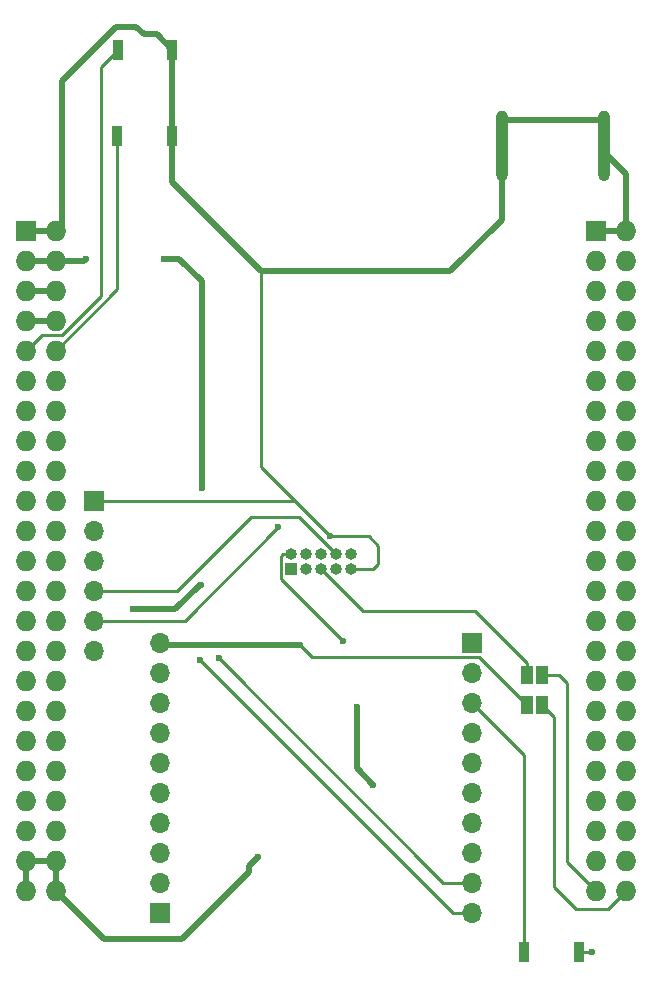
<source format=gbr>
%TF.GenerationSoftware,KiCad,Pcbnew,(5.1.7-0-10_14)*%
%TF.CreationDate,2020-11-18T23:57:46+08:00*%
%TF.ProjectId,bbb_zs3l,6262625f-7a73-4336-9c2e-6b696361645f,rev?*%
%TF.SameCoordinates,Original*%
%TF.FileFunction,Copper,L1,Top*%
%TF.FilePolarity,Positive*%
%FSLAX46Y46*%
G04 Gerber Fmt 4.6, Leading zero omitted, Abs format (unit mm)*
G04 Created by KiCad (PCBNEW (5.1.7-0-10_14)) date 2020-11-18 23:57:46*
%MOMM*%
%LPD*%
G01*
G04 APERTURE LIST*
%TA.AperFunction,SMDPad,CuDef*%
%ADD10R,0.899998X1.699997*%
%TD*%
%TA.AperFunction,ComponentPad*%
%ADD11O,1.000000X2.100000*%
%TD*%
%TA.AperFunction,ComponentPad*%
%ADD12O,1.000000X1.600000*%
%TD*%
%TA.AperFunction,ComponentPad*%
%ADD13O,1.700000X1.700000*%
%TD*%
%TA.AperFunction,ComponentPad*%
%ADD14R,1.700000X1.700000*%
%TD*%
%TA.AperFunction,ComponentPad*%
%ADD15R,1.727200X1.727200*%
%TD*%
%TA.AperFunction,ComponentPad*%
%ADD16O,1.727200X1.727200*%
%TD*%
%TA.AperFunction,SMDPad,CuDef*%
%ADD17R,1.000000X1.500000*%
%TD*%
%TA.AperFunction,ComponentPad*%
%ADD18O,1.000000X1.000000*%
%TD*%
%TA.AperFunction,ComponentPad*%
%ADD19R,1.000000X1.000000*%
%TD*%
%TA.AperFunction,ViaPad*%
%ADD20C,0.600000*%
%TD*%
%TA.AperFunction,Conductor*%
%ADD21C,0.508000*%
%TD*%
%TA.AperFunction,Conductor*%
%ADD22C,0.250000*%
%TD*%
%TA.AperFunction,Conductor*%
%ADD23C,0.254000*%
%TD*%
%TA.AperFunction,Conductor*%
%ADD24C,1.016000*%
%TD*%
G04 APERTURE END LIST*
D10*
%TO.P,SW3,1*%
%TO.N,LCD_DATA2*%
X163200070Y-123392400D03*
%TO.P,SW3,2*%
%TO.N,GND*%
X158600130Y-123392400D03*
%TD*%
%TO.P,SW2,1*%
%TO.N,SYS_RESETN*%
X124120130Y-54372400D03*
%TO.P,SW2,2*%
%TO.N,GND*%
X128720070Y-54372400D03*
%TD*%
%TO.P,SW1,1*%
%TO.N,PWR_BUT*%
X124170130Y-47052400D03*
%TO.P,SW1,2*%
%TO.N,GND*%
X128770070Y-47052400D03*
%TD*%
D11*
%TO.P,J3,S1*%
%TO.N,GND*%
X165330100Y-57162400D03*
X156690100Y-57162400D03*
D12*
X156690100Y-52982400D03*
X165330100Y-52982400D03*
%TD*%
D13*
%TO.P,J1,6*%
%TO.N,Net-(J1-Pad6)*%
X122137100Y-97942400D03*
%TO.P,J1,5*%
%TO.N,UART0_TX*%
X122137100Y-95402400D03*
%TO.P,J1,4*%
%TO.N,UART0_RX*%
X122137100Y-92862400D03*
%TO.P,J1,3*%
%TO.N,Net-(J1-Pad3)*%
X122137100Y-90322400D03*
%TO.P,J1,2*%
%TO.N,Net-(J1-Pad2)*%
X122137100Y-87782400D03*
D14*
%TO.P,J1,1*%
%TO.N,GND*%
X122137100Y-85242400D03*
%TD*%
D15*
%TO.P,P8,1*%
%TO.N,GND*%
X164630100Y-62382400D03*
D16*
%TO.P,P8,2*%
X167170100Y-62382400D03*
%TO.P,P8,3*%
%TO.N,MMC1_DAT6*%
X164630100Y-64922400D03*
%TO.P,P8,4*%
%TO.N,MMC1_DAT7*%
X167170100Y-64922400D03*
%TO.P,P8,5*%
%TO.N,MMC1_DAT2*%
X164630100Y-67462400D03*
%TO.P,P8,6*%
%TO.N,MMC1_DAT3*%
X167170100Y-67462400D03*
%TO.P,P8,7*%
%TO.N,GPIO_66*%
X164630100Y-70002400D03*
%TO.P,P8,8*%
%TO.N,GPIO_67*%
X167170100Y-70002400D03*
%TO.P,P8,9*%
%TO.N,GPIO_69*%
X164630100Y-72542400D03*
%TO.P,P8,10*%
%TO.N,GPIO_68*%
X167170100Y-72542400D03*
%TO.P,P8,11*%
%TO.N,GPIO_45*%
X164630100Y-75082400D03*
%TO.P,P8,12*%
%TO.N,GPIO_44*%
X167170100Y-75082400D03*
%TO.P,P8,13*%
%TO.N,EHRPWM2B*%
X164630100Y-77622400D03*
%TO.P,P8,14*%
%TO.N,GPIO_26*%
X167170100Y-77622400D03*
%TO.P,P8,15*%
%TO.N,GPIO_47*%
X164630100Y-80162400D03*
%TO.P,P8,16*%
%TO.N,GPIO_46*%
X167170100Y-80162400D03*
%TO.P,P8,17*%
%TO.N,GPIO_27*%
X164630100Y-82702400D03*
%TO.P,P8,18*%
%TO.N,GPIO_65*%
X167170100Y-82702400D03*
%TO.P,P8,19*%
%TO.N,EHRPWM2A*%
X164630100Y-85242400D03*
%TO.P,P8,20*%
%TO.N,MMC1_CMD*%
X167170100Y-85242400D03*
%TO.P,P8,21*%
%TO.N,MMC1_CLK*%
X164630100Y-87782400D03*
%TO.P,P8,22*%
%TO.N,MMC1_DAT5*%
X167170100Y-87782400D03*
%TO.P,P8,23*%
%TO.N,MMC1_DAT4*%
X164630100Y-90322400D03*
%TO.P,P8,24*%
%TO.N,MMC1_DAT1*%
X167170100Y-90322400D03*
%TO.P,P8,25*%
%TO.N,MMC1_DAT0*%
X164630100Y-92862400D03*
%TO.P,P8,26*%
%TO.N,GPIO_61*%
X167170100Y-92862400D03*
%TO.P,P8,27*%
%TO.N,LCD_VSYNC*%
X164630100Y-95402400D03*
%TO.P,P8,28*%
%TO.N,LCD_PCLK*%
X167170100Y-95402400D03*
%TO.P,P8,29*%
%TO.N,LCD_HSYNC*%
X164630100Y-97942400D03*
%TO.P,P8,30*%
%TO.N,LCD_AC_BIAS*%
X167170100Y-97942400D03*
%TO.P,P8,31*%
%TO.N,LCD_DATA14*%
X164630100Y-100482400D03*
%TO.P,P8,32*%
%TO.N,LCD_DATA15*%
X167170100Y-100482400D03*
%TO.P,P8,33*%
%TO.N,LCD_DATA13*%
X164630100Y-103022400D03*
%TO.P,P8,34*%
%TO.N,LCD_DATA11*%
X167170100Y-103022400D03*
%TO.P,P8,35*%
%TO.N,LCD_DATA12*%
X164630100Y-105562400D03*
%TO.P,P8,36*%
%TO.N,LCD_DATA10*%
X167170100Y-105562400D03*
%TO.P,P8,37*%
%TO.N,LCD_DATA8*%
X164630100Y-108102400D03*
%TO.P,P8,38*%
%TO.N,LCD_DATA9*%
X167170100Y-108102400D03*
%TO.P,P8,39*%
%TO.N,LCD_DATA6*%
X164630100Y-110642400D03*
%TO.P,P8,40*%
%TO.N,LCD_DATA7*%
X167170100Y-110642400D03*
%TO.P,P8,41*%
%TO.N,LCD_DATA4*%
X164630100Y-113182400D03*
%TO.P,P8,42*%
%TO.N,LCD_DATA5*%
X167170100Y-113182400D03*
%TO.P,P8,43*%
%TO.N,LCD_DATA2*%
X164630100Y-115722400D03*
%TO.P,P8,44*%
%TO.N,LCD_DATA3*%
X167170100Y-115722400D03*
%TO.P,P8,45*%
%TO.N,LCD_DATA0*%
X164630100Y-118262400D03*
%TO.P,P8,46*%
%TO.N,LCD_DATA1*%
X167170100Y-118262400D03*
%TD*%
D15*
%TO.P,P9,1*%
%TO.N,GND*%
X116370100Y-62382400D03*
D16*
%TO.P,P9,2*%
X118910100Y-62382400D03*
%TO.P,P9,3*%
%TO.N,+3V3*%
X116370100Y-64922400D03*
%TO.P,P9,4*%
X118910100Y-64922400D03*
%TO.P,P9,5*%
%TO.N,+5V*%
X116370100Y-67462400D03*
%TO.P,P9,6*%
X118910100Y-67462400D03*
%TO.P,P9,7*%
%TO.N,SYS_5V*%
X116370100Y-70002400D03*
%TO.P,P9,8*%
X118910100Y-70002400D03*
%TO.P,P9,9*%
%TO.N,PWR_BUT*%
X116370100Y-72542400D03*
%TO.P,P9,10*%
%TO.N,SYS_RESETN*%
X118910100Y-72542400D03*
%TO.P,P9,11*%
%TO.N,UART4_RXD*%
X116370100Y-75082400D03*
%TO.P,P9,12*%
%TO.N,GPIO_60*%
X118910100Y-75082400D03*
%TO.P,P9,13*%
%TO.N,UART4_TXD*%
X116370100Y-77622400D03*
%TO.P,P9,14*%
%TO.N,EHRPWM1A*%
X118910100Y-77622400D03*
%TO.P,P9,15*%
%TO.N,GPIO_48*%
X116370100Y-80162400D03*
%TO.P,P9,16*%
%TO.N,EHRPWM1B*%
X118910100Y-80162400D03*
%TO.P,P9,17*%
%TO.N,SPI0_CS0*%
X116370100Y-82702400D03*
%TO.P,P9,18*%
%TO.N,SPI0_D1*%
X118910100Y-82702400D03*
%TO.P,P9,19*%
%TO.N,I2C2_SCL*%
X116370100Y-85242400D03*
%TO.P,P9,20*%
%TO.N,I2C2_SDA*%
X118910100Y-85242400D03*
%TO.P,P9,21*%
%TO.N,SPI0_D0*%
X116370100Y-87782400D03*
%TO.P,P9,22*%
%TO.N,SPI0_SCLK*%
X118910100Y-87782400D03*
%TO.P,P9,23*%
%TO.N,GPIO_49*%
X116370100Y-90322400D03*
%TO.P,P9,24*%
%TO.N,UART1_TXD*%
X118910100Y-90322400D03*
%TO.P,P9,25*%
%TO.N,GPIO_117*%
X116370100Y-92862400D03*
%TO.P,P9,26*%
%TO.N,UART1_RXD*%
X118910100Y-92862400D03*
%TO.P,P9,27*%
%TO.N,GPIO_115*%
X116370100Y-95402400D03*
%TO.P,P9,28*%
%TO.N,SPI1_CS0*%
X118910100Y-95402400D03*
%TO.P,P9,29*%
%TO.N,SPI1_D0*%
X116370100Y-97942400D03*
%TO.P,P9,30*%
%TO.N,GPIO_112*%
X118910100Y-97942400D03*
%TO.P,P9,31*%
%TO.N,SPI1_SCLK*%
X116370100Y-100482400D03*
%TO.P,P9,32*%
%TO.N,VDD_ADC*%
X118910100Y-100482400D03*
%TO.P,P9,33*%
%TO.N,AIN4*%
X116370100Y-103022400D03*
%TO.P,P9,34*%
%TO.N,GNDA_ADC*%
X118910100Y-103022400D03*
%TO.P,P9,35*%
%TO.N,AIN6*%
X116370100Y-105562400D03*
%TO.P,P9,36*%
%TO.N,AIN5*%
X118910100Y-105562400D03*
%TO.P,P9,37*%
%TO.N,AIN2*%
X116370100Y-108102400D03*
%TO.P,P9,38*%
%TO.N,AIN3*%
X118910100Y-108102400D03*
%TO.P,P9,39*%
%TO.N,AIN0*%
X116370100Y-110642400D03*
%TO.P,P9,40*%
%TO.N,AIN1*%
X118910100Y-110642400D03*
%TO.P,P9,41*%
%TO.N,GPIO_20*%
X116370100Y-113182400D03*
%TO.P,P9,42*%
%TO.N,ECAPPWM0*%
X118910100Y-113182400D03*
%TO.P,P9,43*%
%TO.N,GND*%
X116370100Y-115722400D03*
%TO.P,P9,44*%
X118910100Y-115722400D03*
%TO.P,P9,45*%
X116370100Y-118262400D03*
%TO.P,P9,46*%
X118910100Y-118262400D03*
%TD*%
D13*
%TO.P,J4,10*%
%TO.N,DBG_SWCLK*%
X127710100Y-97282400D03*
%TO.P,J4,9*%
%TO.N,DBG_SWDIO*%
X127710100Y-99822400D03*
%TO.P,J4,8*%
%TO.N,+3V3*%
X127710100Y-102362400D03*
%TO.P,J4,7*%
%TO.N,/Sheet5FB5E9C3/PA04*%
X127710100Y-104902400D03*
%TO.P,J4,6*%
%TO.N,/Sheet5FB5E9C3/PA03*%
X127710100Y-107442400D03*
%TO.P,J4,5*%
%TO.N,/Sheet5FB5E9C3/PA00*%
X127710100Y-109982400D03*
%TO.P,J4,4*%
%TO.N,/Sheet5FB5E9C3/PC00*%
X127710100Y-112522400D03*
%TO.P,J4,3*%
%TO.N,Net-(J4-Pad3)*%
X127710100Y-115062400D03*
%TO.P,J4,2*%
%TO.N,/Sheet5FB5E9C3/ADC_PC01*%
X127710100Y-117602400D03*
D14*
%TO.P,J4,1*%
%TO.N,RESETn*%
X127710100Y-120142400D03*
%TD*%
D17*
%TO.P,JP2,1*%
%TO.N,DBG_SWCLK*%
X158790100Y-102502400D03*
%TO.P,JP2,2*%
%TO.N,LCD_DATA1*%
X160090100Y-102502400D03*
%TD*%
%TO.P,JP1,1*%
%TO.N,DBG_SWDIO*%
X158790100Y-99962400D03*
%TO.P,JP1,2*%
%TO.N,LCD_DATA0*%
X160090100Y-99962400D03*
%TD*%
D13*
%TO.P,J5,10*%
%TO.N,UART1_RXD*%
X154190100Y-120142400D03*
%TO.P,J5,9*%
%TO.N,UART1_TXD*%
X154190100Y-117602400D03*
%TO.P,J5,8*%
%TO.N,/Sheet5FB5E9C3/PB01*%
X154190100Y-115062400D03*
%TO.P,J5,7*%
%TO.N,/Sheet5FB5E9C3/PB00*%
X154190100Y-112522400D03*
%TO.P,J5,6*%
%TO.N,/Sheet5FB5E9C3/PC02*%
X154190100Y-109982400D03*
%TO.P,J5,5*%
%TO.N,/Sheet5FB5E9C3/PD00*%
X154190100Y-107442400D03*
%TO.P,J5,4*%
%TO.N,/Sheet5FB5E9C3/PD01*%
X154190100Y-104902400D03*
%TO.P,J5,3*%
%TO.N,GND*%
X154190100Y-102362400D03*
%TO.P,J5,2*%
%TO.N,RESETn*%
X154190100Y-99822400D03*
D14*
%TO.P,J5,1*%
%TO.N,GND*%
X154190100Y-97282400D03*
%TD*%
D18*
%TO.P,CON1,9*%
%TO.N,GND*%
X143920100Y-91037400D03*
%TO.P,CON1,10*%
%TO.N,UART0_TX*%
X143920100Y-89767400D03*
%TO.P,CON1,7*%
%TO.N,DBG_SWCLK*%
X142650100Y-91037400D03*
%TO.P,CON1,8*%
%TO.N,UART0_RX*%
X142650100Y-89767400D03*
%TO.P,CON1,5*%
%TO.N,DBG_SWDIO*%
X141380100Y-91037400D03*
%TO.P,CON1,6*%
%TO.N,GND*%
X141380100Y-89767400D03*
%TO.P,CON1,3*%
%TO.N,+3V3*%
X140110100Y-91037400D03*
%TO.P,CON1,4*%
%TO.N,DBG_SWO*%
X140110100Y-89767400D03*
%TO.P,CON1,2*%
%TO.N,RESETn*%
X138840100Y-89767400D03*
D19*
%TO.P,CON1,1*%
%TO.N,Net-(CON1-Pad1)*%
X138840100Y-91037400D03*
%TD*%
D20*
%TO.N,+3V3*%
X121460100Y-64742400D03*
X128040100Y-64742400D03*
X131270100Y-84132400D03*
X125420100Y-94382400D03*
X125420100Y-94382400D03*
X131200100Y-92322400D03*
%TO.N,UART0_TX*%
X137760100Y-87492400D03*
%TO.N,LCD_DATA2*%
X164300100Y-123402400D03*
%TO.N,UART1_TXD*%
X132700100Y-98562400D03*
%TO.N,UART1_RXD*%
X131140100Y-98712400D03*
%TO.N,GND*%
X136070100Y-115382400D03*
X142146744Y-88235756D03*
%TO.N,DBG_SWCLK*%
X139630102Y-97452398D03*
%TO.N,RESETn*%
X144400100Y-102682400D03*
X145810100Y-109282400D03*
X143270100Y-97112400D03*
%TD*%
D21*
%TO.N,+3V3*%
X118910100Y-64922400D02*
X119000100Y-64922400D01*
X116370100Y-64922400D02*
X118910100Y-64922400D01*
X118910100Y-64922400D02*
X121280100Y-64922400D01*
X121280100Y-64922400D02*
X121460100Y-64742400D01*
X128040100Y-64742400D02*
X129380100Y-64742400D01*
X129380100Y-64742400D02*
X131270100Y-66632400D01*
X131270100Y-66632400D02*
X131270100Y-84132400D01*
X125420100Y-94382400D02*
X129040100Y-94382400D01*
X131100100Y-92322400D02*
X131200100Y-92322400D01*
X129040100Y-94382400D02*
X131100100Y-92322400D01*
%TO.N,+5V*%
X116370100Y-67462400D02*
X118910100Y-67462400D01*
%TO.N,SYS_5V*%
X116370100Y-70002400D02*
X118910100Y-70002400D01*
D22*
%TO.N,PWR_BUT*%
X122750100Y-67921530D02*
X122750100Y-48472430D01*
X122750100Y-48472430D02*
X124170130Y-47052400D01*
X116370100Y-72542400D02*
X117721499Y-71191001D01*
X117721499Y-71191001D02*
X119480629Y-71191001D01*
X119480629Y-71191001D02*
X122750100Y-67921530D01*
%TO.N,SYS_RESETN*%
X124120130Y-54372400D02*
X124120130Y-67332370D01*
X124120130Y-67332370D02*
X118910100Y-72542400D01*
D23*
%TO.N,UART0_TX*%
X122137100Y-95402400D02*
X129850100Y-95402400D01*
X129850100Y-95402400D02*
X137760100Y-87492400D01*
%TO.N,UART0_RX*%
X122315099Y-92684401D02*
X122137100Y-92862400D01*
X122137100Y-92862400D02*
X129200100Y-92862400D01*
X129200100Y-92862400D02*
X135450100Y-86612400D01*
X139495100Y-86612400D02*
X142650100Y-89767400D01*
X135450100Y-86612400D02*
X139495100Y-86612400D01*
%TO.N,LCD_DATA2*%
X163210070Y-123402400D02*
X163200070Y-123392400D01*
X164300100Y-123402400D02*
X163210070Y-123402400D01*
%TO.N,LCD_DATA0*%
X164630100Y-118262400D02*
X162180100Y-115812400D01*
X162180100Y-115812400D02*
X162180100Y-100622400D01*
X161520100Y-99962400D02*
X160090100Y-99962400D01*
X162180100Y-100622400D02*
X161520100Y-99962400D01*
%TO.N,LCD_DATA1*%
X162940100Y-119772400D02*
X161110100Y-117942400D01*
X161110100Y-103522400D02*
X160090100Y-102502400D01*
X165660100Y-119772400D02*
X162940100Y-119772400D01*
X161110100Y-117942400D02*
X161110100Y-103522400D01*
X167170100Y-118262400D02*
X165660100Y-119772400D01*
%TO.N,UART1_TXD*%
X151740100Y-117602400D02*
X132700100Y-98562400D01*
X154190100Y-117602400D02*
X151740100Y-117602400D01*
%TO.N,UART1_RXD*%
X152570100Y-120142400D02*
X131140100Y-98712400D01*
X154190100Y-120142400D02*
X152570100Y-120142400D01*
D24*
%TO.N,GND*%
X165330100Y-52982400D02*
X165330100Y-55722400D01*
X165330100Y-55722400D02*
X165330100Y-57162400D01*
D21*
X167170100Y-57562400D02*
X165330100Y-55722400D01*
X167170100Y-62382400D02*
X167170100Y-57562400D01*
X164630100Y-62382400D02*
X167170100Y-62382400D01*
X156690100Y-52982400D02*
X165330100Y-52982400D01*
D24*
X156690100Y-57162400D02*
X156690100Y-52982400D01*
D21*
X158500130Y-123292400D02*
X158600130Y-123392400D01*
X128720070Y-47102400D02*
X128770070Y-47052400D01*
X128720070Y-54372400D02*
X128720070Y-47102400D01*
X127466071Y-45748401D02*
X126366101Y-45748401D01*
X128770070Y-47052400D02*
X127466071Y-45748401D01*
X126366101Y-45748401D02*
X125710100Y-45092400D01*
X124012931Y-45092400D02*
X119410100Y-49695231D01*
X125710100Y-45092400D02*
X124012931Y-45092400D01*
X119410100Y-49695231D02*
X119410100Y-61882400D01*
X119410100Y-61882400D02*
X118910100Y-62382400D01*
X118910100Y-62382400D02*
X116370100Y-62382400D01*
X116370100Y-115722400D02*
X116370100Y-118262400D01*
X116370100Y-115722400D02*
X118910100Y-115722400D01*
X118910100Y-115722400D02*
X118910100Y-118262400D01*
X156690100Y-61441263D02*
X152328963Y-65802400D01*
X156690100Y-57162400D02*
X156690100Y-61441263D01*
X128720070Y-58231233D02*
X128720070Y-54372400D01*
X136291237Y-65802400D02*
X128720070Y-58231233D01*
X152328963Y-65802400D02*
X136291237Y-65802400D01*
D23*
X158600130Y-106772430D02*
X154190100Y-102362400D01*
X158600130Y-123392400D02*
X158600130Y-106772430D01*
D21*
X136070100Y-115382400D02*
X135290100Y-116162400D01*
X135290100Y-116162400D02*
X135290100Y-116662400D01*
X135290100Y-116662400D02*
X129600100Y-122352400D01*
X123000100Y-122352400D02*
X118910100Y-118262400D01*
X129600100Y-122352400D02*
X123000100Y-122352400D01*
D23*
X142146744Y-88235756D02*
X145393456Y-88235756D01*
X145393456Y-88235756D02*
X146200100Y-89042400D01*
X146200100Y-89042400D02*
X146200100Y-90592400D01*
X145755100Y-91037400D02*
X143920100Y-91037400D01*
X146200100Y-90592400D02*
X145755100Y-91037400D01*
X139153388Y-85242400D02*
X122137100Y-85242400D01*
X142146744Y-88235756D02*
X139153388Y-85242400D01*
X136291237Y-82380249D02*
X139153388Y-85242400D01*
X136291237Y-65802400D02*
X136291237Y-82380249D01*
D21*
%TO.N,DBG_SWCLK*%
X127880098Y-97452398D02*
X127710100Y-97282400D01*
X139630102Y-97452398D02*
X127880098Y-97452398D01*
D23*
X140637105Y-98459401D02*
X139630102Y-97452398D01*
X154747101Y-98459401D02*
X140637105Y-98459401D01*
X158790100Y-102502400D02*
X154747101Y-98459401D01*
%TO.N,DBG_SWDIO*%
X158790100Y-98958400D02*
X154414100Y-94582400D01*
X158790100Y-99962400D02*
X158790100Y-98958400D01*
X144925100Y-94582400D02*
X141380100Y-91037400D01*
X154414100Y-94582400D02*
X144925100Y-94582400D01*
D21*
%TO.N,RESETn*%
X144400100Y-102682400D02*
X144400100Y-107872400D01*
X144400100Y-107872400D02*
X145810100Y-109282400D01*
D23*
X138013099Y-89887295D02*
X138013099Y-91855399D01*
X138013099Y-91855399D02*
X143270100Y-97112400D01*
X138132994Y-89767400D02*
X138013099Y-89887295D01*
X138840100Y-89767400D02*
X138132994Y-89767400D01*
%TD*%
M02*

</source>
